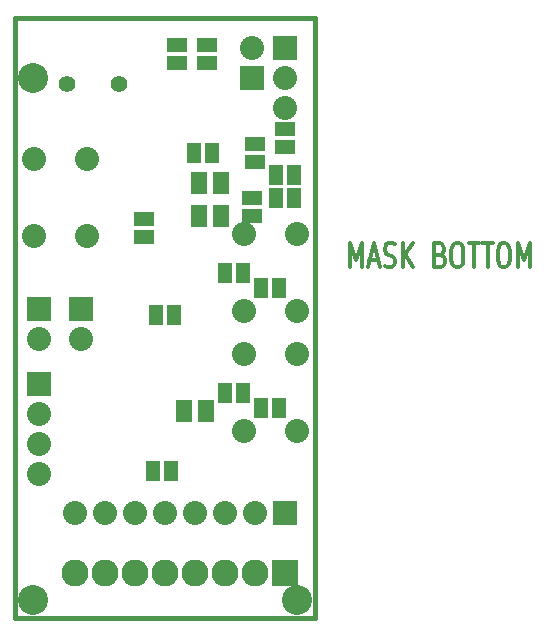
<source format=gbs>
G04 (created by PCBNEW-RS274X (2012-01-19 BZR 3256)-stable) date 9/30/2012 4:07:17 PM*
G01*
G70*
G90*
%MOIN*%
G04 Gerber Fmt 3.4, Leading zero omitted, Abs format*
%FSLAX34Y34*%
G04 APERTURE LIST*
%ADD10C,0.006000*%
%ADD11C,0.012000*%
%ADD12C,0.015000*%
%ADD13C,0.055000*%
%ADD14C,0.080000*%
%ADD15R,0.045000X0.065000*%
%ADD16R,0.065000X0.045000*%
%ADD17R,0.055000X0.075000*%
%ADD18R,0.080000X0.080000*%
%ADD19C,0.100000*%
%ADD20C,0.090000*%
%ADD21R,0.090000X0.090000*%
G04 APERTURE END LIST*
G54D10*
G54D11*
X71143Y-38324D02*
X71143Y-37524D01*
X71343Y-38095D01*
X71543Y-37524D01*
X71543Y-38324D01*
X71800Y-38095D02*
X72086Y-38095D01*
X71743Y-38324D02*
X71943Y-37524D01*
X72143Y-38324D01*
X72314Y-38286D02*
X72400Y-38324D01*
X72543Y-38324D01*
X72600Y-38286D01*
X72629Y-38248D01*
X72657Y-38171D01*
X72657Y-38095D01*
X72629Y-38019D01*
X72600Y-37981D01*
X72543Y-37943D01*
X72429Y-37905D01*
X72371Y-37867D01*
X72343Y-37829D01*
X72314Y-37752D01*
X72314Y-37676D01*
X72343Y-37600D01*
X72371Y-37562D01*
X72429Y-37524D01*
X72571Y-37524D01*
X72657Y-37562D01*
X72914Y-38324D02*
X72914Y-37524D01*
X73257Y-38324D02*
X73000Y-37867D01*
X73257Y-37524D02*
X72914Y-37981D01*
X74171Y-37905D02*
X74257Y-37943D01*
X74285Y-37981D01*
X74314Y-38057D01*
X74314Y-38171D01*
X74285Y-38248D01*
X74257Y-38286D01*
X74199Y-38324D01*
X73971Y-38324D01*
X73971Y-37524D01*
X74171Y-37524D01*
X74228Y-37562D01*
X74257Y-37600D01*
X74285Y-37676D01*
X74285Y-37752D01*
X74257Y-37829D01*
X74228Y-37867D01*
X74171Y-37905D01*
X73971Y-37905D01*
X74685Y-37524D02*
X74799Y-37524D01*
X74857Y-37562D01*
X74914Y-37638D01*
X74942Y-37790D01*
X74942Y-38057D01*
X74914Y-38210D01*
X74857Y-38286D01*
X74799Y-38324D01*
X74685Y-38324D01*
X74628Y-38286D01*
X74571Y-38210D01*
X74542Y-38057D01*
X74542Y-37790D01*
X74571Y-37638D01*
X74628Y-37562D01*
X74685Y-37524D01*
X75114Y-37524D02*
X75457Y-37524D01*
X75286Y-38324D02*
X75286Y-37524D01*
X75571Y-37524D02*
X75914Y-37524D01*
X75743Y-38324D02*
X75743Y-37524D01*
X76228Y-37524D02*
X76342Y-37524D01*
X76400Y-37562D01*
X76457Y-37638D01*
X76485Y-37790D01*
X76485Y-38057D01*
X76457Y-38210D01*
X76400Y-38286D01*
X76342Y-38324D01*
X76228Y-38324D01*
X76171Y-38286D01*
X76114Y-38210D01*
X76085Y-38057D01*
X76085Y-37790D01*
X76114Y-37638D01*
X76171Y-37562D01*
X76228Y-37524D01*
X76743Y-38324D02*
X76743Y-37524D01*
X76943Y-38095D01*
X77143Y-37524D01*
X77143Y-38324D01*
G54D12*
X60000Y-50000D02*
X70000Y-50000D01*
X60000Y-30000D02*
X60000Y-50000D01*
X70000Y-30000D02*
X60000Y-30000D01*
X70000Y-30000D02*
X70000Y-50000D01*
G54D13*
X61735Y-32200D03*
X63465Y-32200D03*
G54D14*
X67615Y-39780D03*
X67615Y-37220D03*
X69385Y-39780D03*
X69385Y-37220D03*
X62385Y-34720D03*
X62385Y-37280D03*
X60615Y-34720D03*
X60615Y-37280D03*
X67615Y-43780D03*
X67615Y-41220D03*
X69385Y-43780D03*
X69385Y-41220D03*
G54D15*
X65300Y-39900D03*
X64700Y-39900D03*
X67000Y-38500D03*
X67600Y-38500D03*
G54D16*
X66400Y-31500D03*
X66400Y-30900D03*
X65400Y-31500D03*
X65400Y-30900D03*
X64300Y-36700D03*
X64300Y-37300D03*
G54D15*
X64600Y-45100D03*
X65200Y-45100D03*
X67000Y-42500D03*
X67600Y-42500D03*
G54D16*
X69000Y-34300D03*
X69000Y-33700D03*
G54D17*
X65625Y-43100D03*
X66375Y-43100D03*
X66875Y-35500D03*
X66125Y-35500D03*
X66875Y-36600D03*
X66125Y-36600D03*
G54D14*
X63000Y-46500D03*
X64000Y-46500D03*
X62000Y-46500D03*
X65000Y-46500D03*
X66000Y-46500D03*
G54D18*
X69000Y-46500D03*
G54D14*
X68000Y-46500D03*
X67000Y-46500D03*
G54D18*
X69000Y-31000D03*
G54D14*
X69000Y-32000D03*
X69000Y-33000D03*
G54D18*
X62200Y-39700D03*
G54D14*
X62200Y-40700D03*
G54D18*
X60800Y-39700D03*
G54D14*
X60800Y-40700D03*
G54D18*
X67900Y-32000D03*
G54D14*
X67900Y-31000D03*
G54D15*
X68200Y-39000D03*
X68800Y-39000D03*
X68200Y-43000D03*
X68800Y-43000D03*
X66550Y-34500D03*
X65950Y-34500D03*
G54D16*
X67900Y-36600D03*
X67900Y-36000D03*
G54D15*
X68700Y-35250D03*
X69300Y-35250D03*
G54D16*
X68000Y-34800D03*
X68000Y-34200D03*
G54D15*
X68700Y-36000D03*
X69300Y-36000D03*
G54D14*
X60800Y-45200D03*
G54D18*
X60800Y-42200D03*
G54D14*
X60800Y-43200D03*
X60800Y-44200D03*
G54D19*
X60600Y-49400D03*
X60600Y-32000D03*
X69400Y-49400D03*
G54D20*
X63000Y-48500D03*
X64000Y-48500D03*
X62000Y-48500D03*
X65000Y-48500D03*
X66000Y-48500D03*
G54D21*
X69000Y-48500D03*
G54D20*
X68000Y-48500D03*
X67000Y-48500D03*
M02*

</source>
